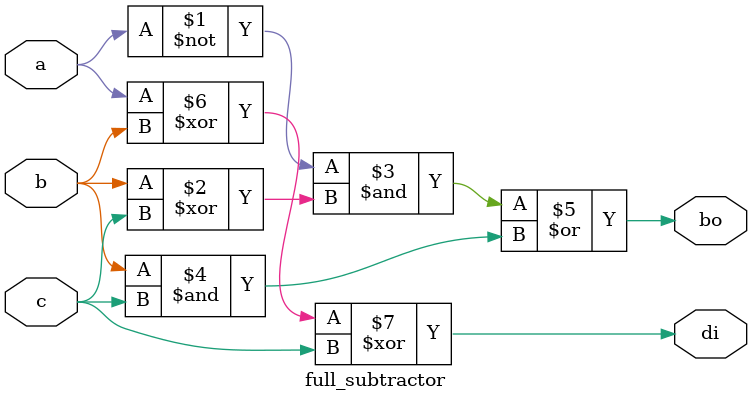
<source format=v>
module full_subtractor(a,b,c,di,bo);
input a,b,c;
output di,bo;
assign bo=~a&(b^c)|(b&c);
assign di=a^b^c;
endmodule

</source>
